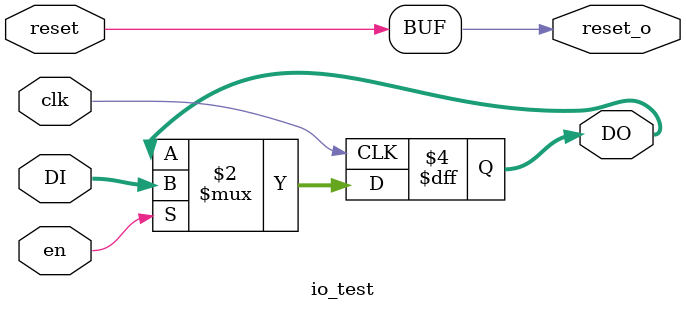
<source format=v>
`timescale 1ns / 1ps


module io_test #(parameter divide = 0) (
    input [9:0] DI,
    input en,
    input reset,
    output reset_o,
    output reg [9:0] DO,
    input clk
    );
    assign reset_o = reset;
    
    
    always @(posedge clk) begin
        if(en) begin
            DO <=DI;
        end 
   end          
endmodule

</source>
